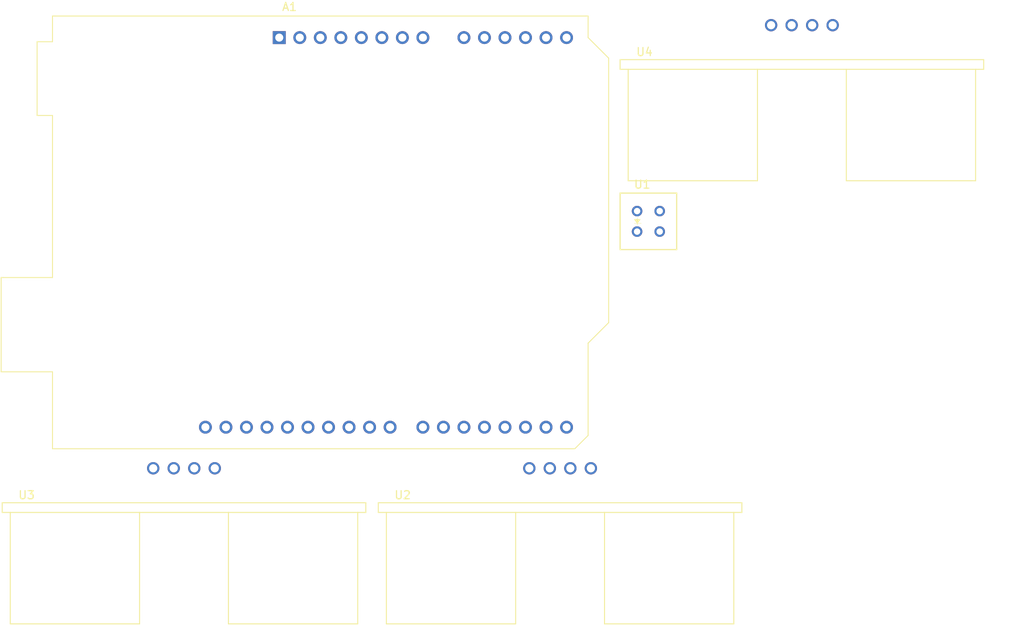
<source format=kicad_pcb>
(kicad_pcb (version 20211014) (generator pcbnew)
  (layers (0 "F.Cu" signal) (31 "B.Cu" signal) (34 "B.Paste" user) (35 "F.Paste" user) (36 "B.SilkS" user "B.Silkscreen") (37 "F.SilkS" user "F.Silkscreen") (38 "B.Mask" user) (39 "F.Mask" user) (44 "Edge.Cuts" user))
  (net 0 "")
  (footprint "sumbot:XCVR_HC-SR04" (layer "F.Cu") (at 108.479 118.882)
    (fp_text reference "U3" (at -19.48505 3.31671) (layer "F.SilkS") (effects (font (size 1.00052 1.00052))))
    (fp_text value "HC-SR04")
    (fp_line (start 5.5 5.47) (end 5.5 19.27) (layer "F.SilkS") (width 0.127))
    (fp_line (start -21.5 19.27) (end -5.5 19.27) (layer "F.SilkS") (width 0.127))
    (fp_line (start -22.5 4.27) (end 22.5 4.27) (layer "F.SilkS") (width 0.127))
    (fp_line (start 21.5 5.47) (end 21.5 19.27) (layer "F.SilkS") (width 0.127))
    (fp_line (start -5.5 5.47) (end -21.5 5.47) (layer "F.SilkS") (width 0.127))
    (fp_line (start 21.5 5.47) (end 5.5 5.47) (layer "F.SilkS") (width 0.127))
    (fp_line (start -21.5 5.47) (end -22.5 5.47) (layer "F.SilkS") (width 0.127))
    (fp_line (start 5.5 5.47) (end -5.5 5.47) (layer "F.SilkS") (width 0.127))
    (fp_line (start 5.5 19.27) (end 21.5 19.27) (layer "F.SilkS") (width 0.127))
    (fp_line (start -22.5 5.47) (end -22.5 4.27) (layer "F.SilkS") (width 0.127))
    (fp_line (start -21.5 5.47) (end -21.5 19.27) (layer "F.SilkS") (width 0.127))
    (fp_line (start 22.5 4.27) (end 22.5 5.47) (layer "F.SilkS") (width 0.127))
    (fp_line (start -5.5 5.47) (end -5.5 19.27) (layer "F.SilkS") (width 0.127))
    (fp_line (start 22.5 5.47) (end 21.5 5.47) (layer "F.SilkS") (width 0.127))
    (pad "1" thru_hole circle (at -3.81 0) (size 1.53 1.53) (drill 1.02) (layers *.Cu *.Mask))
    (pad "2" thru_hole circle (at -1.27 0) (size 1.53 1.53) (drill 1.02) (layers *.Cu *.Mask))
    (pad "3" thru_hole circle (at 1.27 0) (size 1.53 1.53) (drill 1.02) (layers *.Cu *.Mask))
    (pad "4" thru_hole circle (at 3.81 0) (size 1.53 1.53) (drill 1.02) (layers *.Cu *.Mask))
  )
  (footprint "Module:Arduino_UNO_R3" (layer "F.Cu") (at 120.269 65.532)
    (fp_text reference "A1" (at 1.27 -3.81 180) (layer "F.SilkS"))
    (fp_text value "Arduino_UNO_R3")
    (fp_line (start 38.23 49.28) (end 38.23 37.85) (layer "F.SilkS") (width 0.12))
    (fp_line (start -28.07 50.93) (end 36.58 50.93) (layer "F.SilkS") (width 0.12))
    (fp_line (start -34.42 41.4) (end -28.07 41.4) (layer "F.SilkS") (width 0.12))
    (fp_line (start -29.97 0.51) (end -29.97 9.65) (layer "F.SilkS") (width 0.12))
    (fp_line (start -28.07 29.72) (end -34.42 29.72) (layer "F.SilkS") (width 0.12))
    (fp_line (start -29.97 9.65) (end -28.07 9.65) (layer "F.SilkS") (width 0.12))
    (fp_line (start 38.23 37.85) (end 40.77 35.31) (layer "F.SilkS") (width 0.12))
    (fp_line (start -28.07 0.51) (end -29.97 0.51) (layer "F.SilkS") (width 0.12))
    (fp_line (start 38.23 -2.67) (end -28.07 -2.67) (layer "F.SilkS") (width 0.12))
    (fp_line (start 36.58 50.93) (end 38.23 49.28) (layer "F.SilkS") (width 0.12))
    (fp_line (start -28.07 41.4) (end -28.07 50.93) (layer "F.SilkS") (width 0.12))
    (fp_line (start -28.07 9.65) (end -28.07 29.72) (layer "F.SilkS") (width 0.12))
    (fp_line (start 40.77 35.31) (end 40.77 2.54) (layer "F.SilkS") (width 0.12))
    (fp_line (start -28.07 -2.67) (end -28.07 0.51) (layer "F.SilkS") (width 0.12))
    (fp_line (start 40.77 2.54) (end 38.23 0) (layer "F.SilkS") (width 0.12))
    (fp_line (start -34.42 29.72) (end -34.42 41.4) (layer "F.SilkS") (width 0.12))
    (fp_line (start 38.23 0) (end 38.23 -2.67) (layer "F.SilkS") (width 0.12))
    (pad "1" thru_hole rect (at 0 0 90) (size 1.6 1.6) (drill 1) (layers *.Cu *.Mask))
    (pad "2" thru_hole oval (at 2.54 0 90) (size 1.6 1.6) (drill 1) (layers *.Cu *.Mask))
    (pad "3" thru_hole oval (at 5.08 0 90) (size 1.6 1.6) (drill 1) (layers *.Cu *.Mask))
    (pad "4" thru_hole oval (at 7.62 0 90) (size 1.6 1.6) (drill 1) (layers *.Cu *.Mask))
    (pad "5" thru_hole oval (at 10.16 0 90) (size 1.6 1.6) (drill 1) (layers *.Cu *.Mask))
    (pad "6" thru_hole oval (at 12.7 0 90) (size 1.6 1.6) (drill 1) (layers *.Cu *.Mask))
    (pad "7" thru_hole oval (at 15.24 0 90) (size 1.6 1.6) (drill 1) (layers *.Cu *.Mask))
    (pad "8" thru_hole oval (at 17.78 0 90) (size 1.6 1.6) (drill 1) (layers *.Cu *.Mask))
    (pad "9" thru_hole oval (at 22.86 0 90) (size 1.6 1.6) (drill 1) (layers *.Cu *.Mask))
    (pad "10" thru_hole oval (at 25.4 0 90) (size 1.6 1.6) (drill 1) (layers *.Cu *.Mask))
    (pad "11" thru_hole oval (at 27.94 0 90) (size 1.6 1.6) (drill 1) (layers *.Cu *.Mask))
    (pad "12" thru_hole oval (at 30.48 0 90) (size 1.6 1.6) (drill 1) (layers *.Cu *.Mask))
    (pad "13" thru_hole oval (at 33.02 0 90) (size 1.6 1.6) (drill 1) (layers *.Cu *.Mask))
    (pad "14" thru_hole oval (at 35.56 0 90) (size 1.6 1.6) (drill 1) (layers *.Cu *.Mask))
    (pad "15" thru_hole oval (at 35.56 48.26 90) (size 1.6 1.6) (drill 1) (layers *.Cu *.Mask))
    (pad "16" thru_hole oval (at 33.02 48.26 90) (size 1.6 1.6) (drill 1) (layers *.Cu *.Mask))
    (pad "17" thru_hole oval (at 30.48 48.26 90) (size 1.6 1.6) (drill 1) (layers *.Cu *.Mask))
    (pad "18" thru_hole oval (at 27.94 48.26 90) (size 1.6 1.6) (drill 1) (layers *.Cu *.Mask))
    (pad "19" thru_hole oval (at 25.4 48.26 90) (size 1.6 1.6) (drill 1) (layers *.Cu *.Mask))
    (pad "20" thru_hole oval (at 22.86 48.26 90) (size 1.6 1.6) (drill 1) (layers *.Cu *.Mask))
    (pad "21" thru_hole oval (at 20.32 48.26 90) (size 1.6 1.6) (drill 1) (layers *.Cu *.Mask))
    (pad "22" thru_hole oval (at 17.78 48.26 90) (size 1.6 1.6) (drill 1) (layers *.Cu *.Mask))
    (pad "23" thru_hole oval (at 13.72 48.26 90) (size 1.6 1.6) (drill 1) (layers *.Cu *.Mask))
    (pad "24" thru_hole oval (at 11.18 48.26 90) (size 1.6 1.6) (drill 1) (layers *.Cu *.Mask))
    (pad "25" thru_hole oval (at 8.64 48.26 90) (size 1.6 1.6) (drill 1) (layers *.Cu *.Mask))
    (pad "26" thru_hole oval (at 6.1 48.26 90) (size 1.6 1.6) (drill 1) (layers *.Cu *.Mask))
    (pad "27" thru_hole oval (at 3.56 48.26 90) (size 1.6 1.6) (drill 1) (layers *.Cu *.Mask))
    (pad "28" thru_hole oval (at 1.02 48.26 90) (size 1.6 1.6) (drill 1) (layers *.Cu *.Mask))
    (pad "29" thru_hole oval (at -1.52 48.26 90) (size 1.6 1.6) (drill 1) (layers *.Cu *.Mask))
    (pad "30" thru_hole oval (at -4.06 48.26 90) (size 1.6 1.6) (drill 1) (layers *.Cu *.Mask))
    (pad "31" thru_hole oval (at -6.6 48.26 90) (size 1.6 1.6) (drill 1) (layers *.Cu *.Mask))
    (pad "32" thru_hole oval (at -9.14 48.26 90) (size 1.6 1.6) (drill 1) (layers *.Cu *.Mask))
  )
  (footprint "sumbot:XCVR_HC-SR04" (layer "F.Cu") (at 155.029 118.882)
    (fp_text reference "U2" (at -19.48505 3.31671) (layer "F.SilkS") (effects (font (size 1.00052 1.00052))))
    (fp_text value "HC-SR04")
    (fp_line (start -22.5 5.47) (end -22.5 4.27) (layer "F.SilkS") (width 0.127))
    (fp_line (start -21.5 5.47) (end -22.5 5.47) (layer "F.SilkS") (width 0.127))
    (fp_line (start -5.5 5.47) (end -5.5 19.27) (layer "F.SilkS") (width 0.127))
    (fp_line (start 5.5 5.47) (end -5.5 5.47) (layer "F.SilkS") (width 0.127))
    (fp_line (start -21.5 19.27) (end -5.5 19.27) (layer "F.SilkS") (width 0.127))
    (fp_line (start 22.5 5.47) (end 21.5 5.47) (layer "F.SilkS") (width 0.127))
    (fp_line (start 21.5 5.47) (end 21.5 19.27) (layer "F.SilkS") (width 0.127))
    (fp_line (start 5.5 5.47) (end 5.5 19.27) (layer "F.SilkS") (width 0.127))
    (fp_line (start -22.5 4.27) (end 22.5 4.27) (layer "F.SilkS") (width 0.127))
    (fp_line (start -21.5 5.47) (end -21.5 19.27) (layer "F.SilkS") (width 0.127))
    (fp_line (start 21.5 5.47) (end 5.5 5.47) (layer "F.SilkS") (width 0.127))
    (fp_line (start -5.5 5.47) (end -21.5 5.47) (layer "F.SilkS") (width 0.127))
    (fp_line (start 22.5 4.27) (end 22.5 5.47) (layer "F.SilkS") (width 0.127))
    (fp_line (start 5.5 19.27) (end 21.5 19.27) (layer "F.SilkS") (width 0.127))
    (pad "1" thru_hole circle (at -3.81 0) (size 1.53 1.53) (drill 1.02) (layers *.Cu *.Mask))
    (pad "2" thru_hole circle (at -1.27 0) (size 1.53 1.53) (drill 1.02) (layers *.Cu *.Mask))
    (pad "3" thru_hole circle (at 1.27 0) (size 1.53 1.53) (drill 1.02) (layers *.Cu *.Mask))
    (pad "4" thru_hole circle (at 3.81 0) (size 1.53 1.53) (drill 1.02) (layers *.Cu *.Mask))
  )
  (footprint "sumbot:XCVR_HC-SR04" (layer "F.Cu") (at 184.959 63.992)
    (fp_text reference "U4" (at -19.48505 3.31671) (layer "F.SilkS") (effects (font (size 1.00052 1.00052))))
    (fp_text value "HC-SR04")
    (fp_line (start -22.5 5.47) (end -22.5 4.27) (layer "F.SilkS") (width 0.127))
    (fp_line (start 21.5 5.47) (end 21.5 19.27) (layer "F.SilkS") (width 0.127))
    (fp_line (start -22.5 4.27) (end 22.5 4.27) (layer "F.SilkS") (width 0.127))
    (fp_line (start -21.5 5.47) (end -21.5 19.27) (layer "F.SilkS") (width 0.127))
    (fp_line (start 22.5 4.27) (end 22.5 5.47) (layer "F.SilkS") (width 0.127))
    (fp_line (start -21.5 5.47) (end -22.5 5.47) (layer "F.SilkS") (width 0.127))
    (fp_line (start -21.5 19.27) (end -5.5 19.27) (layer "F.SilkS") (width 0.127))
    (fp_line (start -5.5 5.47) (end -5.5 19.27) (layer "F.SilkS") (width 0.127))
    (fp_line (start 22.5 5.47) (end 21.5 5.47) (layer "F.SilkS") (width 0.127))
    (fp_line (start 5.5 5.47) (end -5.5 5.47) (layer "F.SilkS") (width 0.127))
    (fp_line (start 5.5 5.47) (end 5.5 19.27) (layer "F.SilkS") (width 0.127))
    (fp_line (start 5.5 19.27) (end 21.5 19.27) (layer "F.SilkS") (width 0.127))
    (fp_line (start 21.5 5.47) (end 5.5 5.47) (layer "F.SilkS") (width 0.127))
    (fp_line (start -5.5 5.47) (end -21.5 5.47) (layer "F.SilkS") (width 0.127))
    (pad "1" thru_hole circle (at -3.81 0) (size 1.53 1.53) (drill 1.02) (layers *.Cu *.Mask))
    (pad "2" thru_hole circle (at -1.27 0) (size 1.53 1.53) (drill 1.02) (layers *.Cu *.Mask))
    (pad "3" thru_hole circle (at 1.27 0) (size 1.53 1.53) (drill 1.02) (layers *.Cu *.Mask))
    (pad "4" thru_hole circle (at 3.81 0) (size 1.53 1.53) (drill 1.02) (layers *.Cu *.Mask))
  )
  (footprint "sumbot:CNY70" (layer "F.Cu") (at 165.959 88.292)
    (fp_text reference "U1" (at -0.762165 -4.566345) (layer "F.SilkS") (effects (font (size 1.002276 1.002276))))
    (fp_text value "CNY70")
    (fp_line (start -3.5 -3.5) (end -3.5 3.5) (layer "F.SilkS") (width 0.1524))
    (fp_line (start 3.5 -3.5) (end -3.5 -3.5) (layer "F.SilkS") (width 0.1524))
    (fp_line (start -3.5 3.5) (end 3.5 3.5) (layer "F.SilkS") (width 0.1524))
    (fp_line (start 3.5 3.5) (end 3.5 -3.5) (layer "F.SilkS") (width 0.1524))
    (fp_line (start -1.746 0.25) (end -0.873 0.25) (layer "F.SilkS") (width 0.05))
    (fp_line (start -1.361 -0.5) (end -1.361 0.5) (layer "F.SilkS") (width 0.05))
    (fp_poly (pts (xy -1.746 -0.25) (xy -1 -0.25) (xy -1.373 0.25)) (layer "F.SilkS") (width 0.05) (fill solid))
    (pad "A" thru_hole circle (at -1.4 -1.27) (size 1.308 1.308) (drill 0.8) (layers *.Cu *.Mask))
    (pad "CATH" thru_hole circle (at -1.4 1.27) (size 1.308 1.308) (drill 0.8) (layers *.Cu *.Mask))
    (pad "COLL" thru_hole circle (at 1.4 1.27) (size 1.308 1.308) (drill 0.8) (layers *.Cu *.Mask))
    (pad "E" thru_hole circle (at 1.4 -1.27) (size 1.308 1.308) (drill 0.8) (layers *.Cu *.Mask))
  )
)
</source>
